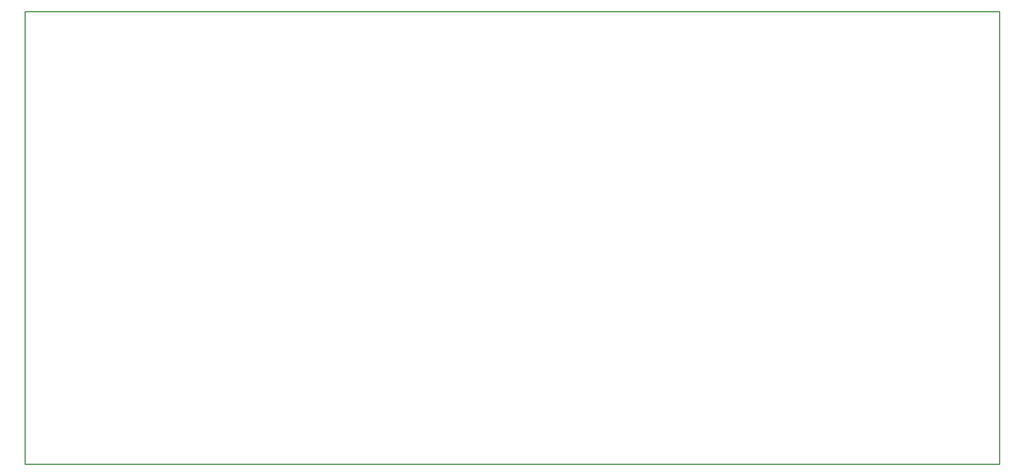
<source format=gko>
G04*
G04 #@! TF.GenerationSoftware,Altium Limited,Altium Designer,19.0.10 (269)*
G04*
G04 Layer_Color=16711935*
%FSLAX25Y25*%
%MOIN*%
G70*
G01*
G75*
%ADD11C,0.01000*%
D11*
X69000Y100000D02*
Y493500D01*
Y100000D02*
X915500D01*
Y493500D01*
X69000D02*
X915500D01*
M02*

</source>
